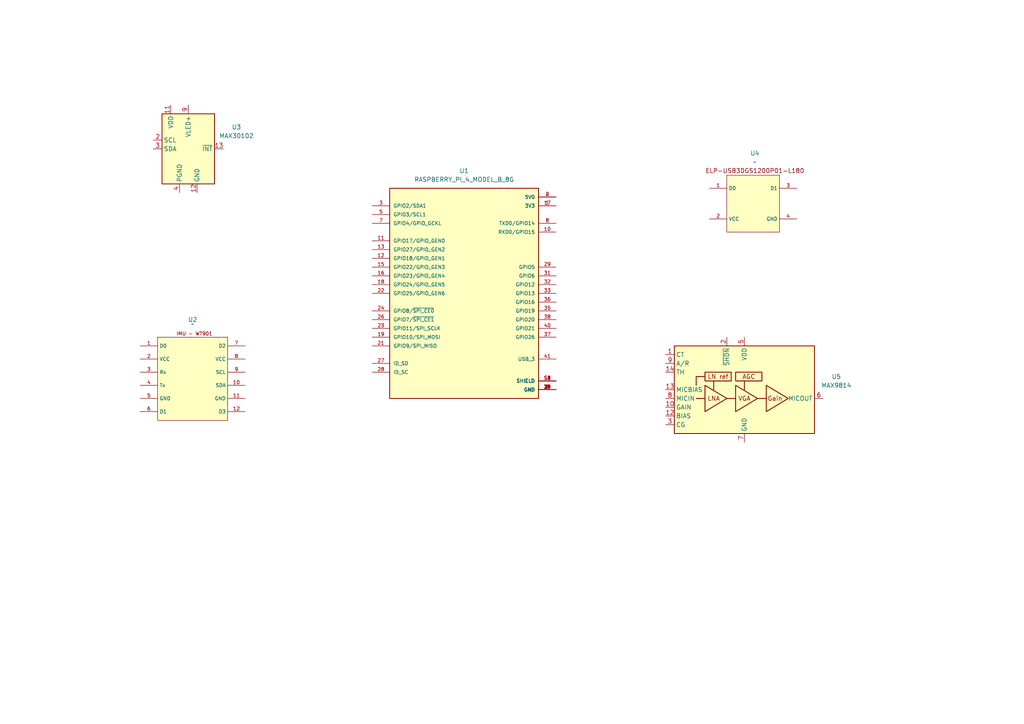
<source format=kicad_sch>
(kicad_sch (version 20231120) (generator "eeschema") (generator_version "8.0")
  (paper "A4")
  (lib_symbols
    (symbol "3D Camera:ELP-USB3DGS1200P01-L180"
      (property "Reference" "U4" (at 0.508 20.32 0))
      (property "Value" "~" (at 0.508 17.78 0))
      (symbol "ELP-USB3DGS1200P01-L180_0_1"
        (rectangle (start -7.62 13.97) (end 7.62 -2.54) (fill (type background)))
      )
      (symbol "ELP-USB3DGS1200P01-L180_1_0"
        (pin bidirectional line (at -12.7 10.16 0) (length 5.08) (name "D0") (number "1"))
        (pin bidirectional line (at -12.7 1.27 0) (length 5.08) (name "VCC") (number "2"))
        (pin bidirectional line (at 12.7 10.16 180) (length 5.08) (name "D1") (number "3"))
        (pin bidirectional line (at 12.7 1.27 180) (length 5.08) (name "GND") (number "4"))
      )
      (symbol "ELP-USB3DGS1200P01-L180_1_1"
        (text "ELP-USB3DGS1200P01-L180" (at 0.508 15.24 0) (effects (font (size 1.27 1.27))))
      )
    )
    (symbol "Amplifier_Audio:MAX9814"
      (property "Reference" "U" (at -20.32 13.97 0))
      (property "Value" "MAX9814" (at 11.43 13.97 0))
      (symbol "MAX9814_0_0"
        (rectangle (start -11.43 5.08) (end -3.81 2.54) (stroke (width 0.254)))
        (rectangle (start -2.54 5.08) (end 5.08 2.54) (stroke (width 0.254)))
        (polyline (pts (xy -11.43 -2.54) (xy -13.97 -2.54)) (stroke (width 0.254)))
        (polyline (pts (xy -8.89 2.54) (xy -8.89 0)) (stroke (width 0.254)))
        (polyline (pts (xy -2.54 -2.54) (xy -5.08 -2.54)) (stroke (width 0.254)))
        (polyline (pts (xy 0 2.54) (xy 0 0)) (stroke (width 0.254)))
        (polyline (pts (xy 3.81 -2.54) (xy 6.35 -2.54)) (stroke (width 0.254)))
        (polyline (pts (xy -11.43 3.81) (xy -13.97 3.81) (xy -13.97 1.27)) (stroke (width 0.254)))
        (polyline (pts (xy -5.08 -2.54) (xy -11.43 1.27) (xy -11.43 -6.35) (xy -5.08 -2.54)) (stroke (width 0.254)))
        (polyline (pts (xy 3.81 -2.54) (xy -2.54 1.27) (xy -2.54 -6.35) (xy 3.81 -2.54)) (stroke (width 0.254)))
        (polyline (pts (xy 12.7 -2.54) (xy 6.35 1.27) (xy 6.35 -6.35) (xy 12.7 -2.54)) (stroke (width 0.254)))
        (text "AGC" (at 1.27 3.81 0) (effects (font (size 1.27 1.27))))
        (text "Gain" (at 8.89 -2.54 0) (effects (font (size 1.27 1.27))))
        (text "LN ref" (at -7.62 3.81 0) (effects (font (size 1.27 1.27))))
        (text "LNA" (at -8.89 -2.54 0) (effects (font (size 1.27 1.27))))
        (text "VGA" (at 0 -2.54 0) (effects (font (size 1.27 1.27))))
      )
      (symbol "MAX9814_0_1"
        (rectangle (start -20.32 12.7) (end 20.32 -12.7) (stroke (width 0.254)) (fill (type background)))
      )
      (symbol "MAX9814_1_1"
        (pin input line (at -22.86 10.16 0) (length 2.54) (name "CT") (number "1"))
        (pin input line (at -22.86 -5.08 0) (length 2.54) (name "GAIN") (number "10"))
        (pin passive line (at 0 -15.24 90) (length 2.54) hide (name "GND") (number "11"))
        (pin passive line (at -22.86 -7.62 0) (length 2.54) (name "BIAS") (number "12"))
        (pin output line (at -22.86 0 0) (length 2.54) (name "MICBIAS") (number "13"))
        (pin input line (at -22.86 5.08 0) (length 2.54) (name "TH") (number "14"))
        (pin passive line (at 0 -15.24 90) (length 2.54) hide (name "GND") (number "15"))
        (pin input line (at -5.08 15.24 270) (length 2.54) (name "~{SHDN}") (number "2"))
        (pin passive line (at -22.86 -10.16 0) (length 2.54) (name "CG") (number "3"))
        (pin passive line (at 0 -15.24 90) (length 2.54) hide (name "GND") (number "4"))
        (pin power_in line (at 0 15.24 270) (length 2.54) (name "VDD") (number "5"))
        (pin output line (at 22.86 -2.54 180) (length 2.54) (name "MICOUT") (number "6"))
        (pin power_in line (at 0 -15.24 90) (length 2.54) (name "GND") (number "7"))
        (pin input line (at -22.86 -2.54 0) (length 2.54) (name "MICIN") (number "8"))
        (pin input line (at -22.86 7.62 0) (length 2.54) (name "A/R") (number "9"))
      )
    )
    (symbol "IMU_WT901:WT901"
      (property "Reference" "U2" (at 0 20.32 0))
      (property "Value" "~" (at 0 19.05 0))
      (symbol "WT901_0_1"
        (rectangle (start -10.16 15.24) (end 10.16 -8.89) (fill (type background)))
      )
      (symbol "WT901_1_0"
        (pin bidirectional line (at -15.24 12.7 0) (length 5.08) (name "D0") (number "1"))
        (pin bidirectional line (at 15.24 1.27 180) (length 5.08) (name "SDA") (number "10"))
        (pin bidirectional line (at 15.24 -2.54 180) (length 5.08) (name "GND") (number "11"))
        (pin bidirectional line (at 15.24 -6.35 180) (length 5.08) (name "D3") (number "12"))
        (pin bidirectional line (at -15.24 8.89 0) (length 5.08) (name "VCC") (number "2"))
        (pin bidirectional line (at -15.24 5.08 0) (length 5.08) (name "Rx") (number "3"))
        (pin bidirectional line (at -15.24 1.27 0) (length 5.08) (name "Tx") (number "4"))
        (pin bidirectional line (at -15.24 -2.54 0) (length 5.08) (name "GND") (number "5"))
        (pin bidirectional line (at -15.24 -6.35 0) (length 5.08) (name "D1") (number "6"))
        (pin bidirectional line (at 15.24 12.7 180) (length 5.08) (name "D2") (number "7"))
        (pin bidirectional line (at 15.24 8.89 180) (length 5.08) (name "VCC") (number "8"))
        (pin bidirectional line (at 15.24 5.08 180) (length 5.08) (name "SCL") (number "9"))
      )
      (symbol "WT901_1_1"
        (text "IMU - WT901" (at 0.508 16.256 0) (effects (font (size 1.016 1.016))))
      )
    )
    (symbol "RASPBERRY_PI_4_MODEL_B_8G:RASPBERRY_PI_4_MODEL_B_8G" (pin_names (offset 1.016))
      (property "Reference" "U" (at -22.86 27.94 0))
      (property "Value" "RASPBERRY_PI_4_MODEL_B_8G" (at -22.86 -37.465 0))
      (symbol "RASPBERRY_PI_4_MODEL_B_8G_0_0"
        (rectangle (start -22.86 25.4) (end 20.32 -35.56) (stroke (width 0.254)) (fill (type background)))
        (pin power_in line (at 25.4 20.32 180) (length 5.08) (name "3V3") (number "1"))
        (pin bidirectional line (at 25.4 12.7 180) (length 5.08) (name "RXD0/GPIO15") (number "10"))
        (pin bidirectional line (at -27.94 10.16 0) (length 5.08) (name "GPIO17/GPIO_GEN0") (number "11"))
        (pin bidirectional line (at -27.94 5.08 0) (length 5.08) (name "GPIO18/GPIO_GEN1") (number "12"))
        (pin bidirectional line (at -27.94 7.62 0) (length 5.08) (name "GPIO27/GPIO_GEN2") (number "13"))
        (pin power_in line (at 25.4 -33.02 180) (length 5.08) (name "GND") (number "14"))
        (pin bidirectional line (at -27.94 2.54 0) (length 5.08) (name "GPIO22/GPIO_GEN3") (number "15"))
        (pin bidirectional line (at -27.94 0 0) (length 5.08) (name "GPIO23/GPIO_GEN4") (number "16"))
        (pin power_in line (at 25.4 20.32 180) (length 5.08) (name "3V3") (number "17"))
        (pin bidirectional line (at -27.94 -2.54 0) (length 5.08) (name "GPIO24/GPIO_GEN5") (number "18"))
        (pin bidirectional line (at -27.94 -17.78 0) (length 5.08) (name "GPIO10/SPI_MOSI") (number "19"))
        (pin power_in line (at 25.4 22.86 180) (length 5.08) (name "5V0") (number "2"))
        (pin power_in line (at 25.4 -33.02 180) (length 5.08) (name "GND") (number "20"))
        (pin bidirectional line (at -27.94 -20.32 0) (length 5.08) (name "GPIO9/SPI_MISO") (number "21"))
        (pin bidirectional line (at -27.94 -5.08 0) (length 5.08) (name "GPIO25/GPIO_GEN6") (number "22"))
        (pin bidirectional line (at -27.94 -15.24 0) (length 5.08) (name "GPIO11/SPI_SCLK") (number "23"))
        (pin bidirectional line (at -27.94 -10.16 0) (length 5.08) (name "GPIO8/~{SPI_CE0}") (number "24"))
        (pin power_in line (at 25.4 -33.02 180) (length 5.08) (name "GND") (number "25"))
        (pin bidirectional line (at -27.94 -12.7 0) (length 5.08) (name "GPIO7/~{SPI_CE1}") (number "26"))
        (pin bidirectional line (at -27.94 -25.4 0) (length 5.08) (name "ID_SD") (number "27"))
        (pin bidirectional line (at -27.94 -27.94 0) (length 5.08) (name "ID_SC") (number "28"))
        (pin bidirectional line (at 25.4 2.54 180) (length 5.08) (name "GPIO5") (number "29"))
        (pin bidirectional line (at -27.94 20.32 0) (length 5.08) (name "GPIO2/SDA1") (number "3"))
        (pin power_in line (at 25.4 -33.02 180) (length 5.08) (name "GND") (number "30"))
        (pin bidirectional line (at 25.4 0 180) (length 5.08) (name "GPIO6") (number "31"))
        (pin bidirectional line (at 25.4 -2.54 180) (length 5.08) (name "GPIO12") (number "32"))
        (pin bidirectional line (at 25.4 -5.08 180) (length 5.08) (name "GPIO13") (number "33"))
        (pin power_in line (at 25.4 -33.02 180) (length 5.08) (name "GND") (number "34"))
        (pin bidirectional line (at 25.4 -10.16 180) (length 5.08) (name "GPIO19") (number "35"))
        (pin bidirectional line (at 25.4 -7.62 180) (length 5.08) (name "GPIO16") (number "36"))
        (pin bidirectional line (at 25.4 -17.78 180) (length 5.08) (name "GPIO26") (number "37"))
        (pin bidirectional line (at 25.4 -12.7 180) (length 5.08) (name "GPIO20") (number "38"))
        (pin power_in line (at 25.4 -33.02 180) (length 5.08) (name "GND") (number "39"))
        (pin power_in line (at 25.4 22.86 180) (length 5.08) (name "5V0") (number "4"))
        (pin bidirectional line (at 25.4 -15.24 180) (length 5.08) (name "GPIO21") (number "40"))
        (pin bidirectional line (at -27.94 17.78 0) (length 5.08) (name "GPIO3/SCL1") (number "5"))
        (pin power_in line (at 25.4 -33.02 180) (length 5.08) (name "GND") (number "6"))
        (pin bidirectional line (at -27.94 15.24 0) (length 5.08) (name "GPIO4/GPIO_GCKL") (number "7"))
        (pin bidirectional line (at 25.4 15.24 180) (length 5.08) (name "TXD0/GPIO14") (number "8"))
        (pin power_in line (at 25.4 -33.02 180) (length 5.08) (name "GND") (number "9"))
        (pin power_in line (at 25.4 -30.48 180) (length 5.08) (name "SHIELD") (number "S1"))
        (pin power_in line (at 25.4 -30.48 180) (length 5.08) (name "SHIELD") (number "S2"))
        (pin power_in line (at 25.4 -30.48 180) (length 5.08) (name "SHIELD") (number "S3"))
        (pin power_in line (at 25.4 -30.48 180) (length 5.08) (name "SHIELD") (number "S4"))
      )
      (symbol "RASPBERRY_PI_4_MODEL_B_8G_1_0"
        (pin bidirectional line (at 25.4 -24.13 180) (length 5.08) (name "USB_3") (number "41"))
      )
    )
    (symbol "Sensor:MAX30102"
      (property "Reference" "U" (at 7.62 15.24 0))
      (property "Value" "MAX30102" (at 7.62 12.7 0))
      (symbol "MAX30102_0_1"
        (rectangle (start -7.62 10.16) (end 7.62 -10.16) (stroke (width 0.254)) (fill (type background)))
      )
      (symbol "MAX30102_1_1"
        (pin no_connect line (at -7.62 5.08 0) (length 2.54) hide (name "NC") (number "1"))
        (pin passive line (at 0 12.7 270) (length 2.54) hide (name "VLED+") (number "10"))
        (pin power_in line (at -5.08 12.7 270) (length 2.54) (name "VDD") (number "11"))
        (pin power_in line (at 2.54 -12.7 90) (length 2.54) (name "GND") (number "12"))
        (pin output line (at 10.16 0 180) (length 2.54) (name "~{INT}") (number "13"))
        (pin no_connect line (at 7.62 2.54 180) (length 2.54) hide (name "NC") (number "14"))
        (pin input line (at -10.16 2.54 0) (length 2.54) (name "SCL") (number "2"))
        (pin bidirectional line (at -10.16 0 0) (length 2.54) (name "SDA") (number "3"))
        (pin power_in line (at -2.54 -12.7 90) (length 2.54) (name "PGND") (number "4"))
        (pin no_connect line (at 7.62 -7.62 180) (length 2.54) hide (name "NC") (number "5"))
        (pin no_connect line (at 7.62 -5.08 180) (length 2.54) hide (name "NC") (number "6"))
        (pin no_connect line (at -7.62 -2.54 0) (length 2.54) hide (name "NC") (number "7"))
        (pin no_connect line (at 7.62 5.08 180) (length 2.54) hide (name "NC") (number "8"))
        (pin power_in line (at 0 12.7 270) (length 2.54) (name "VLED+") (number "9"))
      )
    )
  )
  (symbol (lib_id "Amplifier_Audio:MAX9814") (at 215.9 113.03 0) (unit 1)
    (property "Reference" "U5" (at 242.57 109.2514 0))
    (property "Value" "MAX9814" (at 242.57 111.7914 0))
    (property "Footprint" "Package_DFN_QFN:DFN-14-1EP_3x3mm_P0.4mm_EP1.78x2.35mm" (effects (hide yes)))
    (property "Datasheet" "https://datasheets.maximintegrated.com/en/ds/MAX9814.pdf" (effects (hide yes)))
    (property "Description" "Microphone Amplifier with AGC and Low-Noise Microphone Bias, TDFN-14" (effects (hide yes)))
  )
  (symbol (lib_id "RASPBERRY_PI_4_MODEL_B_8G:RASPBERRY_PI_4_MODEL_B_8G") (at 135.89 80.01 0) (unit 1)
    (property "Reference" "U1" (at 134.62 49.53 0))
    (property "Value" "RASPBERRY_PI_4_MODEL_B_8G" (at 134.62 52.07 0))
    (property "Footprint" "RASPBERRY_PI_4_MODEL_B_8G:MODULE_RASPBERRY_PI_4_MODEL_B_8G" (effects (hide yes)))
    (property "MF" "Raspberry Pi" (effects (hide yes)))
    (property "Description_1" "\n                        \n                            Single Board Computer, Model B 8GB RAM, Raspberry Pi 4 Series | Raspberry Pi RASPBERRY PI 4 MODEL B 8G\n                        \n" (effects (hide yes)))
    (property "Package" "None" (effects (hide yes)))
    (property "Price" "None" (effects (hide yes)))
    (property "Check_prices" "https://www.snapeda.com/parts/RASPBERRY%20PI%204%20MODEL%20B%208G/Raspberry+Pi/view-part/?ref=eda" (effects (hide yes)))
    (property "MAXIMUM_PACKAGE_HIEGHT" "18mm" (effects (hide yes)))
    (property "STANDARD" "Manufacturer Recommendations" (effects (hide yes)))
    (property "PARTREV" "1.0" (effects (hide yes)))
    (property "SnapEDA_Link" "https://www.snapeda.com/parts/RASPBERRY%20PI%204%20MODEL%20B%208G/Raspberry+Pi/view-part/?ref=snap" (effects (hide yes)))
    (property "MP" "RASPBERRY PI 4 MODEL B 8G" (effects (hide yes)))
    (property "Availability" "Not in stock" (effects (hide yes)))
    (property "MANUFACTURER" "Raspberry Pi" (effects (hide yes)))
  )
  (symbol (lib_id "3D Camera:ELP-USB3DGS1200P01-L180") (at 218.44 64.77 0) (unit 1)
    (property "Reference" "U4" (at 218.948 44.45 0))
    (property "Value" "~" (at 218.948 46.99 0))
  )
  (symbol (lib_id "Sensor:MAX30102") (at 54.61 43.18 0) (unit 1)
    (property "Reference" "U3" (at 68.58 36.8614 0))
    (property "Value" "MAX30102" (at 68.58 39.4014 0))
    (property "Footprint" "OptoDevice:Maxim_OLGA-14_3.3x5.6mm_P0.8mm" (effects (hide yes)))
    (property "Datasheet" "https://datasheets.maximintegrated.com/en/ds/MAX30102.pdf" (effects (hide yes)))
    (property "Description" "Heart Rate Sensor, 14-OLGA" (effects (hide yes)))
  )
  (symbol (lib_id "IMU_WT901:WT901") (at 55.88 113.03 0) (unit 1)
    (property "Reference" "U2" (at 55.88 92.71 0))
    (property "Value" "~" (at 55.88 93.98 0))
  )
)
</source>
